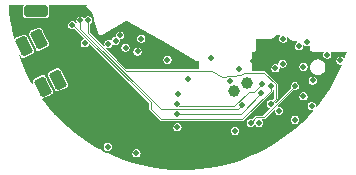
<source format=gbr>
%TF.GenerationSoftware,KiCad,Pcbnew,9.0.0*%
%TF.CreationDate,2025-08-30T10:43:31+02:00*%
%TF.ProjectId,36mm PCB,33366d6d-2050-4434-922e-6b696361645f,rev?*%
%TF.SameCoordinates,Original*%
%TF.FileFunction,Copper,L7,Inr*%
%TF.FilePolarity,Positive*%
%FSLAX46Y46*%
G04 Gerber Fmt 4.6, Leading zero omitted, Abs format (unit mm)*
G04 Created by KiCad (PCBNEW 9.0.0) date 2025-08-30 10:43:31*
%MOMM*%
%LPD*%
G01*
G04 APERTURE LIST*
G04 Aperture macros list*
%AMRoundRect*
0 Rectangle with rounded corners*
0 $1 Rounding radius*
0 $2 $3 $4 $5 $6 $7 $8 $9 X,Y pos of 4 corners*
0 Add a 4 corners polygon primitive as box body*
4,1,4,$2,$3,$4,$5,$6,$7,$8,$9,$2,$3,0*
0 Add four circle primitives for the rounded corners*
1,1,$1+$1,$2,$3*
1,1,$1+$1,$4,$5*
1,1,$1+$1,$6,$7*
1,1,$1+$1,$8,$9*
0 Add four rect primitives between the rounded corners*
20,1,$1+$1,$2,$3,$4,$5,0*
20,1,$1+$1,$4,$5,$6,$7,0*
20,1,$1+$1,$6,$7,$8,$9,0*
20,1,$1+$1,$8,$9,$2,$3,0*%
G04 Aperture macros list end*
%TA.AperFunction,ComponentPad*%
%ADD10RoundRect,0.150000X-0.850000X-0.350000X0.850000X-0.350000X0.850000X0.350000X-0.850000X0.350000X0*%
%TD*%
%TA.AperFunction,ComponentPad*%
%ADD11C,0.500000*%
%TD*%
%TA.AperFunction,ComponentPad*%
%ADD12C,1.000000*%
%TD*%
%TA.AperFunction,ComponentPad*%
%ADD13RoundRect,0.150000X0.591910X-0.441184X0.042506X0.737016X-0.591910X0.441184X-0.042506X-0.737016X0*%
%TD*%
%TA.AperFunction,ViaPad*%
%ADD14C,0.500000*%
%TD*%
%TA.AperFunction,Conductor*%
%ADD15C,0.100000*%
%TD*%
G04 APERTURE END LIST*
D10*
%TO.N,GND*%
%TO.C,TP15*%
X190057772Y-114509534D03*
%TD*%
D11*
%TO.N,+3.3V*%
%TO.C,IC6*%
X208542772Y-116831554D03*
%TO.N,I2C1_SDA*%
X210542772Y-117156554D03*
%TO.N,I2C1_SCL*%
X209867772Y-117481554D03*
%TO.N,GND*%
X209117772Y-117264534D03*
%TD*%
D10*
%TO.N,+3V0*%
%TO.C,TP14*%
X187632772Y-114509534D03*
%TD*%
D12*
%TO.N,SYS_SWCLK*%
%TO.C,TP18*%
X205490000Y-120600000D03*
%TD*%
D13*
%TO.N,Net-(C12-Pad2)*%
%TO.C,SW5*%
X189455162Y-120320686D03*
X187849213Y-116876717D03*
%TO.N,+3V0*%
X188186331Y-120912350D03*
X186580382Y-117468382D03*
%TD*%
D12*
%TO.N,SYS_SWDIO*%
%TO.C,TP17*%
X204370000Y-121300000D03*
%TD*%
D14*
%TO.N,I2C1_SDA*%
X199551130Y-123259000D03*
%TO.N,I2C1_SCL*%
X199570000Y-122409000D03*
%TO.N,+3V0*%
X193690000Y-125990000D03*
%TO.N,ADCVBAT*%
X209540000Y-123710000D03*
X194733732Y-116563689D03*
X193750000Y-117280000D03*
%TO.N,+3V0*%
X195190000Y-117600000D03*
%TO.N,GND*%
X206025478Y-118734534D03*
X205110000Y-124060000D03*
X208977772Y-119704534D03*
X209010000Y-123300000D03*
%TO.N,+3.3V*%
X204460000Y-124650000D03*
X199600000Y-121490000D03*
X208490000Y-118950000D03*
X196520000Y-116840000D03*
X212277772Y-118194534D03*
X199590000Y-124350000D03*
%TO.N,NRST*%
X210255935Y-121716592D03*
%TO.N,+3V0*%
X200510000Y-120300000D03*
X208175685Y-122940000D03*
X191740000Y-117240000D03*
%TO.N,Stat*%
X194347311Y-117022689D03*
X196120000Y-126550000D03*
%TO.N,Net-(IC1-MOT2)*%
X202410000Y-118475000D03*
%TO.N,Net-(IC1-MOT1)*%
X204047772Y-120424534D03*
%TO.N,I2C1_SDA*%
X206700000Y-121480000D03*
X196210000Y-117930000D03*
%TO.N,I2C1_SCL*%
X206760000Y-120680000D03*
X198740000Y-118630806D03*
%TO.N,GPIO_Output_Mono*%
X207480000Y-122360000D03*
X192020000Y-115300000D03*
%TO.N,GPIO_EXTI1*%
X205070000Y-122470000D03*
X191370000Y-115300000D03*
%TO.N,GPIO_EXTI9*%
X190680000Y-115700000D03*
X207510000Y-120870000D03*
%TO.N,Tim2_CH3*%
X206492157Y-123967843D03*
X207880000Y-119350000D03*
X210950000Y-122540000D03*
%TO.N,Tim2_CH1*%
X209535196Y-120866133D03*
X205797213Y-123980000D03*
X213391860Y-118690000D03*
%TO.N,Net-(Q4-D_1)*%
X211037772Y-120374534D03*
%TO.N,Net-(Q3-D_1)*%
X210257772Y-119214534D03*
%TO.N,VDD PROG*%
X204770000Y-119390000D03*
%TD*%
D15*
%TO.N,I2C1_SDA*%
X204970000Y-123210000D02*
X206700000Y-121480000D01*
X199600130Y-123210000D02*
X204970000Y-123210000D01*
X199551130Y-123259000D02*
X199600130Y-123210000D01*
%TO.N,GPIO_EXTI9*%
X198201900Y-123659000D02*
X205088100Y-123659000D01*
X197310000Y-122767100D02*
X198201900Y-123659000D01*
X197310000Y-122226698D02*
X197310000Y-122767100D01*
X190680000Y-115700000D02*
X190783302Y-115700000D01*
X190783302Y-115700000D02*
X197310000Y-122226698D01*
X205088100Y-123659000D02*
X207510000Y-121237100D01*
X207510000Y-121237100D02*
X207510000Y-120870000D01*
%TO.N,I2C1_SCL*%
X199721000Y-122560000D02*
X199570000Y-122409000D01*
X200110000Y-122560000D02*
X199721000Y-122560000D01*
X206080000Y-121360000D02*
X206760000Y-120680000D01*
X205612900Y-121360000D02*
X206080000Y-121360000D01*
X204412900Y-122560000D02*
X205612900Y-121360000D01*
X200110000Y-122560000D02*
X204412900Y-122560000D01*
%TO.N,GPIO_Output_Mono*%
X206937100Y-119730000D02*
X205190000Y-119730000D01*
X207911000Y-120703900D02*
X206937100Y-119730000D01*
X192040000Y-116388186D02*
X192040000Y-115320000D01*
X204964466Y-119955534D02*
X203390000Y-120060000D01*
X202510000Y-119550000D02*
X195201814Y-119550000D01*
X205190000Y-119730000D02*
X204964466Y-119955534D01*
X207480000Y-122360000D02*
X207911000Y-121929000D01*
X207911000Y-121929000D02*
X207911000Y-120703900D01*
X195201814Y-119550000D02*
X192040000Y-116388186D01*
X203390000Y-120060000D02*
X202510000Y-119550000D01*
X192040000Y-115320000D02*
X192020000Y-115300000D01*
%TO.N,GPIO_EXTI1*%
X197691000Y-122331000D02*
X197691000Y-122323441D01*
X197691000Y-122323441D02*
X197573257Y-122205698D01*
X198169000Y-122809000D02*
X197691000Y-122331000D01*
X205070000Y-122470000D02*
X204731000Y-122809000D01*
X191370000Y-116002442D02*
X191370000Y-115300000D01*
X197573257Y-122205698D02*
X197573256Y-122205698D01*
X197691000Y-122323441D02*
X197691000Y-122323442D01*
X204731000Y-122809000D02*
X198169000Y-122809000D01*
X197573256Y-122205698D02*
X191370000Y-116002442D01*
%TO.N,Tim2_CH1*%
X206897100Y-123510000D02*
X206267213Y-123510000D01*
X209450000Y-120951329D02*
X209450000Y-120957100D01*
X209450000Y-120957100D02*
X206897100Y-123510000D01*
X206267213Y-123510000D02*
X205797213Y-123980000D01*
X209535196Y-120866133D02*
X209450000Y-120951329D01*
%TD*%
%TA.AperFunction,Conductor*%
%TO.N,GND*%
G36*
X186541071Y-113999386D02*
G01*
X186555423Y-114034034D01*
X186548387Y-114057227D01*
X186548652Y-114057337D01*
X186547541Y-114060016D01*
X186547166Y-114061254D01*
X186546806Y-114061794D01*
X186546805Y-114061796D01*
X186532272Y-114134856D01*
X186532272Y-114884211D01*
X186546805Y-114957273D01*
X186602170Y-115040135D01*
X186669009Y-115084794D01*
X186685032Y-115095500D01*
X186758098Y-115110034D01*
X188507446Y-115110034D01*
X188580512Y-115095500D01*
X188663373Y-115040135D01*
X188718738Y-114957274D01*
X188733272Y-114884208D01*
X188733272Y-114134860D01*
X188718738Y-114061794D01*
X188718377Y-114061254D01*
X188718251Y-114060617D01*
X188716892Y-114057337D01*
X188717544Y-114057066D01*
X188711063Y-114024473D01*
X188731899Y-113993291D01*
X188759121Y-113985034D01*
X191848664Y-113985034D01*
X191883312Y-113999386D01*
X191897664Y-114034034D01*
X191895814Y-114047369D01*
X191881479Y-114098053D01*
X191890796Y-114177275D01*
X191890796Y-114177277D01*
X191918932Y-114227600D01*
X191921907Y-114232921D01*
X191929720Y-114246896D01*
X192375328Y-114598712D01*
X192393424Y-114629917D01*
X192415196Y-114775401D01*
X192415201Y-114775432D01*
X192518020Y-115256331D01*
X192650405Y-115729924D01*
X192650407Y-115729933D01*
X192795347Y-116146922D01*
X192811865Y-116194444D01*
X192828867Y-116235042D01*
X192893975Y-116390509D01*
X192893975Y-116390511D01*
X192896505Y-116396554D01*
X192898214Y-116409527D01*
X192911769Y-116433005D01*
X192912976Y-116435888D01*
X192912979Y-116435893D01*
X192922246Y-116458029D01*
X192926899Y-116462647D01*
X192934813Y-116472921D01*
X192938096Y-116478605D01*
X192959614Y-116495116D01*
X192978860Y-116514218D01*
X192990980Y-116519185D01*
X193001376Y-116527162D01*
X193027575Y-116534182D01*
X193052667Y-116544465D01*
X193065766Y-116544415D01*
X193078423Y-116547807D01*
X193105315Y-116544266D01*
X193132430Y-116544164D01*
X193144513Y-116539105D01*
X193157504Y-116537395D01*
X193180992Y-116523834D01*
X193206007Y-116513362D01*
X193215235Y-116504063D01*
X195263841Y-115321299D01*
X195301022Y-115316405D01*
X195312840Y-115321300D01*
X198785333Y-117326144D01*
X201190829Y-118714957D01*
X201199430Y-118721264D01*
X201208690Y-118729749D01*
X201208692Y-118729750D01*
X201208694Y-118729752D01*
X201229688Y-118737393D01*
X201249035Y-118748563D01*
X201266802Y-118750901D01*
X201271842Y-118752736D01*
X201271844Y-118752736D01*
X201283648Y-118757033D01*
X201301680Y-118756245D01*
X201310207Y-118756616D01*
X201328116Y-118758975D01*
X201340246Y-118755723D01*
X201350792Y-118754101D01*
X201363335Y-118753554D01*
X201363335Y-118753553D01*
X201365777Y-118753447D01*
X201401018Y-118766274D01*
X201416867Y-118800263D01*
X201416913Y-118802779D01*
X201412674Y-119350879D01*
X201398054Y-119385415D01*
X201363675Y-119399500D01*
X195284449Y-119399500D01*
X195249801Y-119385148D01*
X194480751Y-118616098D01*
X194449312Y-118584659D01*
X198389500Y-118584659D01*
X198389500Y-118676952D01*
X198413385Y-118766092D01*
X198413386Y-118766095D01*
X198433114Y-118800263D01*
X198459531Y-118846018D01*
X198524788Y-118911275D01*
X198604712Y-118957420D01*
X198626998Y-118963391D01*
X198693853Y-118981306D01*
X198693856Y-118981306D01*
X198786146Y-118981306D01*
X198830716Y-118969363D01*
X198875288Y-118957420D01*
X198955212Y-118911275D01*
X199020469Y-118846018D01*
X199066614Y-118766094D01*
X199080316Y-118714956D01*
X199090500Y-118676952D01*
X199090500Y-118584659D01*
X199066791Y-118496180D01*
X199066614Y-118495518D01*
X199020469Y-118415594D01*
X198955212Y-118350337D01*
X198926270Y-118333627D01*
X198875289Y-118304192D01*
X198875286Y-118304191D01*
X198786147Y-118280306D01*
X198786144Y-118280306D01*
X198693856Y-118280306D01*
X198693853Y-118280306D01*
X198604713Y-118304191D01*
X198604710Y-118304192D01*
X198524794Y-118350333D01*
X198524784Y-118350340D01*
X198459534Y-118415590D01*
X198459527Y-118415600D01*
X198413386Y-118495516D01*
X198413385Y-118495519D01*
X198389500Y-118584659D01*
X194449312Y-118584659D01*
X193538497Y-117673843D01*
X193524145Y-117639195D01*
X193538497Y-117604547D01*
X193573145Y-117590195D01*
X193597643Y-117596759D01*
X193614712Y-117606614D01*
X193636998Y-117612585D01*
X193703853Y-117630500D01*
X193703856Y-117630500D01*
X193796146Y-117630500D01*
X193840716Y-117618557D01*
X193885288Y-117606614D01*
X193965212Y-117560469D01*
X193971828Y-117553853D01*
X194839500Y-117553853D01*
X194839500Y-117646146D01*
X194863385Y-117735286D01*
X194863386Y-117735289D01*
X194901925Y-117802039D01*
X194909531Y-117815212D01*
X194974788Y-117880469D01*
X195054712Y-117926614D01*
X195076998Y-117932585D01*
X195143853Y-117950500D01*
X195143856Y-117950500D01*
X195236146Y-117950500D01*
X195280716Y-117938557D01*
X195325288Y-117926614D01*
X195399351Y-117883853D01*
X195859500Y-117883853D01*
X195859500Y-117976146D01*
X195883385Y-118065286D01*
X195883386Y-118065289D01*
X195893102Y-118082117D01*
X195929531Y-118145212D01*
X195994788Y-118210469D01*
X196074712Y-118256614D01*
X196094335Y-118261872D01*
X196163853Y-118280500D01*
X196163856Y-118280500D01*
X196256146Y-118280500D01*
X196300716Y-118268557D01*
X196345288Y-118256614D01*
X196425212Y-118210469D01*
X196490469Y-118145212D01*
X196536614Y-118065288D01*
X196558773Y-117982590D01*
X196560500Y-117976146D01*
X196560500Y-117883853D01*
X196542105Y-117815205D01*
X196536614Y-117794712D01*
X196490469Y-117714788D01*
X196425212Y-117649531D01*
X196386254Y-117627038D01*
X196345289Y-117603386D01*
X196345286Y-117603385D01*
X196256147Y-117579500D01*
X196256144Y-117579500D01*
X196163856Y-117579500D01*
X196163853Y-117579500D01*
X196074713Y-117603385D01*
X196074710Y-117603386D01*
X195994794Y-117649527D01*
X195994784Y-117649534D01*
X195929534Y-117714784D01*
X195929527Y-117714794D01*
X195883386Y-117794710D01*
X195883385Y-117794713D01*
X195859500Y-117883853D01*
X195399351Y-117883853D01*
X195405212Y-117880469D01*
X195470469Y-117815212D01*
X195516614Y-117735288D01*
X195533078Y-117673843D01*
X195540500Y-117646146D01*
X195540500Y-117553853D01*
X195521559Y-117483167D01*
X195516614Y-117464712D01*
X195470469Y-117384788D01*
X195405212Y-117319531D01*
X195399072Y-117315986D01*
X195325289Y-117273386D01*
X195325286Y-117273385D01*
X195236147Y-117249500D01*
X195236144Y-117249500D01*
X195143856Y-117249500D01*
X195143853Y-117249500D01*
X195054713Y-117273385D01*
X195054710Y-117273386D01*
X194974794Y-117319527D01*
X194974784Y-117319534D01*
X194909534Y-117384784D01*
X194909527Y-117384794D01*
X194863386Y-117464710D01*
X194863385Y-117464713D01*
X194839500Y-117553853D01*
X193971828Y-117553853D01*
X194030469Y-117495212D01*
X194076614Y-117415288D01*
X194087332Y-117375287D01*
X194093540Y-117352120D01*
X194116370Y-117322367D01*
X194153552Y-117317472D01*
X194165365Y-117322364D01*
X194212023Y-117349303D01*
X194234309Y-117355274D01*
X194301164Y-117373189D01*
X194301167Y-117373189D01*
X194393457Y-117373189D01*
X194438027Y-117361246D01*
X194482599Y-117349303D01*
X194562523Y-117303158D01*
X194627780Y-117237901D01*
X194673925Y-117157977D01*
X194693760Y-117083953D01*
X194697811Y-117068835D01*
X194697811Y-116976545D01*
X194697631Y-116975874D01*
X194697677Y-116975524D01*
X194697392Y-116973358D01*
X194697972Y-116973281D01*
X194702524Y-116938691D01*
X194732276Y-116915859D01*
X194744961Y-116914189D01*
X194779878Y-116914189D01*
X194831001Y-116900490D01*
X194869020Y-116890303D01*
X194948944Y-116844158D01*
X194999249Y-116793853D01*
X196169500Y-116793853D01*
X196169500Y-116886146D01*
X196193385Y-116975286D01*
X196193386Y-116975289D01*
X196219932Y-117021266D01*
X196239531Y-117055212D01*
X196304788Y-117120469D01*
X196346779Y-117144713D01*
X196379614Y-117163671D01*
X196384712Y-117166614D01*
X196406998Y-117172585D01*
X196473853Y-117190500D01*
X196473856Y-117190500D01*
X196566146Y-117190500D01*
X196610716Y-117178557D01*
X196655288Y-117166614D01*
X196735212Y-117120469D01*
X196800469Y-117055212D01*
X196846614Y-116975288D01*
X196862538Y-116915859D01*
X196870500Y-116886146D01*
X196870500Y-116793853D01*
X196851700Y-116723694D01*
X196846614Y-116704712D01*
X196841736Y-116696264D01*
X196800472Y-116624794D01*
X196800469Y-116624788D01*
X196735212Y-116559531D01*
X196720583Y-116551085D01*
X196655289Y-116513386D01*
X196655286Y-116513385D01*
X196566147Y-116489500D01*
X196566144Y-116489500D01*
X196473856Y-116489500D01*
X196473853Y-116489500D01*
X196384713Y-116513385D01*
X196384710Y-116513386D01*
X196304794Y-116559527D01*
X196304784Y-116559534D01*
X196239534Y-116624784D01*
X196239527Y-116624794D01*
X196193386Y-116704710D01*
X196193385Y-116704713D01*
X196169500Y-116793853D01*
X194999249Y-116793853D01*
X195014201Y-116778901D01*
X195035240Y-116742462D01*
X195060345Y-116698979D01*
X195060345Y-116698978D01*
X195060346Y-116698977D01*
X195074889Y-116644703D01*
X195084232Y-116609835D01*
X195084232Y-116517542D01*
X195061671Y-116433346D01*
X195060346Y-116428401D01*
X195014201Y-116348477D01*
X194948944Y-116283220D01*
X194928014Y-116271136D01*
X194869021Y-116237075D01*
X194869018Y-116237074D01*
X194779879Y-116213189D01*
X194779876Y-116213189D01*
X194687588Y-116213189D01*
X194687585Y-116213189D01*
X194598445Y-116237074D01*
X194598442Y-116237075D01*
X194518526Y-116283216D01*
X194518516Y-116283223D01*
X194453266Y-116348473D01*
X194453259Y-116348483D01*
X194407118Y-116428399D01*
X194407117Y-116428402D01*
X194383232Y-116517542D01*
X194383232Y-116517545D01*
X194383232Y-116609833D01*
X194383233Y-116609835D01*
X194383413Y-116610507D01*
X194383366Y-116610858D01*
X194383651Y-116613019D01*
X194383072Y-116613095D01*
X194378517Y-116647689D01*
X194348764Y-116670520D01*
X194336082Y-116672189D01*
X194301164Y-116672189D01*
X194212024Y-116696074D01*
X194212021Y-116696075D01*
X194132105Y-116742216D01*
X194132095Y-116742223D01*
X194066845Y-116807473D01*
X194066838Y-116807483D01*
X194020697Y-116887399D01*
X194020697Y-116887400D01*
X194003770Y-116950569D01*
X193980939Y-116980322D01*
X193943757Y-116985216D01*
X193931942Y-116980322D01*
X193885288Y-116953386D01*
X193885287Y-116953385D01*
X193885286Y-116953385D01*
X193796147Y-116929500D01*
X193796144Y-116929500D01*
X193703856Y-116929500D01*
X193703853Y-116929500D01*
X193614713Y-116953385D01*
X193614710Y-116953386D01*
X193534794Y-116999527D01*
X193534784Y-116999534D01*
X193469534Y-117064784D01*
X193469527Y-117064794D01*
X193423386Y-117144710D01*
X193423385Y-117144713D01*
X193399500Y-117233853D01*
X193399500Y-117326146D01*
X193423385Y-117415286D01*
X193433239Y-117432353D01*
X193438135Y-117469536D01*
X193415305Y-117499289D01*
X193378122Y-117504185D01*
X193356156Y-117491502D01*
X192204852Y-116340198D01*
X192190500Y-116305550D01*
X192190500Y-115634573D01*
X192204852Y-115599925D01*
X192214997Y-115592139D01*
X192235212Y-115580469D01*
X192300469Y-115515212D01*
X192346614Y-115435288D01*
X192369601Y-115349500D01*
X192370500Y-115346146D01*
X192370500Y-115253853D01*
X192346614Y-115164713D01*
X192346613Y-115164710D01*
X192315044Y-115110033D01*
X192300469Y-115084788D01*
X192235212Y-115019531D01*
X192229842Y-115016430D01*
X192155289Y-114973386D01*
X192155286Y-114973385D01*
X192066147Y-114949500D01*
X192066144Y-114949500D01*
X191973856Y-114949500D01*
X191973853Y-114949500D01*
X191884713Y-114973385D01*
X191884710Y-114973386D01*
X191804794Y-115019527D01*
X191804784Y-115019534D01*
X191739534Y-115084784D01*
X191739529Y-115084791D01*
X191737434Y-115088420D01*
X191707679Y-115111248D01*
X191670497Y-115106351D01*
X191652566Y-115088420D01*
X191650472Y-115084794D01*
X191650469Y-115084788D01*
X191585212Y-115019531D01*
X191579842Y-115016430D01*
X191505289Y-114973386D01*
X191505286Y-114973385D01*
X191416147Y-114949500D01*
X191416144Y-114949500D01*
X191323856Y-114949500D01*
X191323853Y-114949500D01*
X191234713Y-114973385D01*
X191234710Y-114973386D01*
X191154794Y-115019527D01*
X191154784Y-115019534D01*
X191089534Y-115084784D01*
X191089527Y-115084794D01*
X191043386Y-115164710D01*
X191043385Y-115164713D01*
X191019500Y-115253853D01*
X191019500Y-115346146D01*
X191044217Y-115438390D01*
X191042775Y-115438776D01*
X191042772Y-115471318D01*
X191016251Y-115497834D01*
X190978748Y-115497830D01*
X190963592Y-115486206D01*
X190962740Y-115487059D01*
X190895215Y-115419534D01*
X190895212Y-115419531D01*
X190835695Y-115385168D01*
X190815289Y-115373386D01*
X190815286Y-115373385D01*
X190726147Y-115349500D01*
X190726144Y-115349500D01*
X190633856Y-115349500D01*
X190633853Y-115349500D01*
X190544713Y-115373385D01*
X190544710Y-115373386D01*
X190464794Y-115419527D01*
X190464784Y-115419534D01*
X190399534Y-115484784D01*
X190399527Y-115484794D01*
X190353386Y-115564710D01*
X190353385Y-115564713D01*
X190329500Y-115653853D01*
X190329500Y-115746146D01*
X190353385Y-115835286D01*
X190353386Y-115835289D01*
X190390572Y-115899695D01*
X190399531Y-115915212D01*
X190464788Y-115980469D01*
X190492861Y-115996677D01*
X190525422Y-116015477D01*
X190544712Y-116026614D01*
X190566998Y-116032585D01*
X190633853Y-116050500D01*
X190633856Y-116050500D01*
X190726146Y-116050500D01*
X190761801Y-116040945D01*
X190815288Y-116026614D01*
X190834578Y-116015476D01*
X190871756Y-116010580D01*
X190893725Y-116023263D01*
X191685979Y-116815517D01*
X191700331Y-116850165D01*
X191685979Y-116884813D01*
X191664014Y-116897495D01*
X191604711Y-116913386D01*
X191604710Y-116913386D01*
X191524794Y-116959527D01*
X191524784Y-116959534D01*
X191459534Y-117024784D01*
X191459527Y-117024794D01*
X191413386Y-117104710D01*
X191413385Y-117104713D01*
X191389500Y-117193853D01*
X191389500Y-117286146D01*
X191413385Y-117375286D01*
X191413386Y-117375289D01*
X191434226Y-117411383D01*
X191459531Y-117455212D01*
X191524788Y-117520469D01*
X191604712Y-117566614D01*
X191626998Y-117572585D01*
X191693853Y-117590500D01*
X191693856Y-117590500D01*
X191786146Y-117590500D01*
X191830716Y-117578557D01*
X191875288Y-117566614D01*
X191955212Y-117520469D01*
X192020469Y-117455212D01*
X192066614Y-117375288D01*
X192079782Y-117326144D01*
X192082504Y-117315986D01*
X192105334Y-117286233D01*
X192142516Y-117281338D01*
X192164482Y-117294020D01*
X197145148Y-122274686D01*
X197159500Y-122309334D01*
X197159500Y-122797038D01*
X197161208Y-122801160D01*
X197162680Y-122804712D01*
X197169208Y-122820472D01*
X197182411Y-122852350D01*
X197182414Y-122852355D01*
X197904771Y-123574710D01*
X198116648Y-123786587D01*
X198132846Y-123793295D01*
X198132849Y-123793298D01*
X198132850Y-123793297D01*
X198171964Y-123809500D01*
X198171965Y-123809500D01*
X205118034Y-123809500D01*
X205118036Y-123809500D01*
X205140948Y-123800009D01*
X205173352Y-123786588D01*
X207637588Y-121322351D01*
X207649043Y-121294693D01*
X207660500Y-121267036D01*
X207660500Y-121212320D01*
X207661086Y-121208565D01*
X207669020Y-121195550D01*
X207674852Y-121181472D01*
X207680021Y-121177505D01*
X207680608Y-121176544D01*
X207681583Y-121176307D01*
X207685003Y-121173683D01*
X207687012Y-121172523D01*
X207709216Y-121169606D01*
X207717055Y-121167706D01*
X207718230Y-121168422D01*
X207724195Y-121167639D01*
X207753942Y-121190477D01*
X207760500Y-121214966D01*
X207760500Y-121846363D01*
X207746148Y-121881011D01*
X207618324Y-122008834D01*
X207583676Y-122023186D01*
X207570995Y-122021517D01*
X207526145Y-122009500D01*
X207526144Y-122009500D01*
X207433856Y-122009500D01*
X207433853Y-122009500D01*
X207344713Y-122033385D01*
X207344710Y-122033386D01*
X207264794Y-122079527D01*
X207264784Y-122079534D01*
X207199534Y-122144784D01*
X207199527Y-122144794D01*
X207153386Y-122224710D01*
X207153385Y-122224713D01*
X207129500Y-122313853D01*
X207129500Y-122406146D01*
X207153385Y-122495286D01*
X207153386Y-122495289D01*
X207181678Y-122544290D01*
X207199531Y-122575212D01*
X207264788Y-122640469D01*
X207296018Y-122658500D01*
X207344710Y-122686613D01*
X207344712Y-122686614D01*
X207391235Y-122699080D01*
X207420988Y-122721910D01*
X207425883Y-122759092D01*
X207413201Y-122781058D01*
X206849112Y-123345148D01*
X206814464Y-123359500D01*
X206237275Y-123359500D01*
X206198163Y-123375702D01*
X206181959Y-123382413D01*
X206181957Y-123382415D01*
X205935537Y-123628834D01*
X205900889Y-123643186D01*
X205888208Y-123641517D01*
X205843358Y-123629500D01*
X205843357Y-123629500D01*
X205751069Y-123629500D01*
X205751066Y-123629500D01*
X205661926Y-123653385D01*
X205661923Y-123653386D01*
X205582007Y-123699527D01*
X205581997Y-123699534D01*
X205516747Y-123764784D01*
X205516740Y-123764794D01*
X205470599Y-123844710D01*
X205470598Y-123844713D01*
X205446713Y-123933853D01*
X205446713Y-124026146D01*
X205470598Y-124115286D01*
X205470599Y-124115289D01*
X205481861Y-124134794D01*
X205516744Y-124195212D01*
X205582001Y-124260469D01*
X205661925Y-124306614D01*
X205684211Y-124312585D01*
X205751066Y-124330500D01*
X205751069Y-124330500D01*
X205843359Y-124330500D01*
X205888728Y-124318343D01*
X205932501Y-124306614D01*
X206012425Y-124260469D01*
X206077682Y-124195212D01*
X206105760Y-124146580D01*
X206135512Y-124123751D01*
X206172694Y-124128646D01*
X206190629Y-124146581D01*
X206211688Y-124183055D01*
X206276945Y-124248312D01*
X206356869Y-124294457D01*
X206375690Y-124299500D01*
X206446010Y-124318343D01*
X206446013Y-124318343D01*
X206538303Y-124318343D01*
X206592367Y-124303856D01*
X206627445Y-124294457D01*
X206707369Y-124248312D01*
X206772626Y-124183055D01*
X206818771Y-124103131D01*
X206836594Y-124036614D01*
X206842657Y-124013989D01*
X206842657Y-123921696D01*
X206818771Y-123832556D01*
X206818770Y-123832553D01*
X206799980Y-123800009D01*
X206772626Y-123752631D01*
X206764143Y-123744148D01*
X206749791Y-123709500D01*
X206764143Y-123674852D01*
X206790696Y-123663853D01*
X209189500Y-123663853D01*
X209189500Y-123756146D01*
X209213385Y-123845286D01*
X209213386Y-123845289D01*
X209254487Y-123916476D01*
X209259531Y-123925212D01*
X209324788Y-123990469D01*
X209404712Y-124036614D01*
X209426998Y-124042585D01*
X209493853Y-124060500D01*
X209493856Y-124060500D01*
X209586146Y-124060500D01*
X209630716Y-124048557D01*
X209675288Y-124036614D01*
X209755212Y-123990469D01*
X209820469Y-123925212D01*
X209866614Y-123845288D01*
X209880545Y-123793297D01*
X209890500Y-123756146D01*
X209890500Y-123663853D01*
X209866614Y-123574713D01*
X209866613Y-123574710D01*
X209855077Y-123554731D01*
X209820469Y-123494788D01*
X209755212Y-123429531D01*
X209749842Y-123426430D01*
X209675289Y-123383386D01*
X209675286Y-123383385D01*
X209586147Y-123359500D01*
X209586144Y-123359500D01*
X209493856Y-123359500D01*
X209493853Y-123359500D01*
X209404713Y-123383385D01*
X209404710Y-123383386D01*
X209324794Y-123429527D01*
X209324784Y-123429534D01*
X209259534Y-123494784D01*
X209259527Y-123494794D01*
X209213386Y-123574710D01*
X209213385Y-123574713D01*
X209189500Y-123663853D01*
X206790696Y-123663853D01*
X206798791Y-123660500D01*
X206927034Y-123660500D01*
X206927036Y-123660500D01*
X206949948Y-123651009D01*
X206982352Y-123637588D01*
X207741537Y-122878401D01*
X207776185Y-122864050D01*
X207810833Y-122878402D01*
X207825185Y-122913050D01*
X207825185Y-122986146D01*
X207849070Y-123075286D01*
X207849071Y-123075289D01*
X207877028Y-123123710D01*
X207895216Y-123155212D01*
X207960473Y-123220469D01*
X208040397Y-123266614D01*
X208062683Y-123272585D01*
X208129538Y-123290500D01*
X208129541Y-123290500D01*
X208221831Y-123290500D01*
X208273391Y-123276684D01*
X208310973Y-123266614D01*
X208390897Y-123220469D01*
X208456154Y-123155212D01*
X208502299Y-123075288D01*
X208520195Y-123008500D01*
X208526185Y-122986146D01*
X208526185Y-122893853D01*
X208504925Y-122814513D01*
X208502299Y-122804712D01*
X208456154Y-122724788D01*
X208390897Y-122659531D01*
X208377741Y-122651935D01*
X208310974Y-122613386D01*
X208310971Y-122613385D01*
X208221832Y-122589500D01*
X208221829Y-122589500D01*
X208148735Y-122589500D01*
X208114087Y-122575148D01*
X208099735Y-122540500D01*
X208114087Y-122505852D01*
X208549033Y-122070906D01*
X208949493Y-121670445D01*
X209905435Y-121670445D01*
X209905435Y-121762738D01*
X209929320Y-121851878D01*
X209929321Y-121851881D01*
X209960079Y-121905153D01*
X209975466Y-121931804D01*
X210040723Y-121997061D01*
X210120647Y-122043206D01*
X210142050Y-122048941D01*
X210209788Y-122067092D01*
X210209791Y-122067092D01*
X210302081Y-122067092D01*
X210346651Y-122055149D01*
X210391223Y-122043206D01*
X210471147Y-121997061D01*
X210536404Y-121931804D01*
X210582549Y-121851880D01*
X210601671Y-121780517D01*
X210606435Y-121762738D01*
X210606435Y-121670445D01*
X210582549Y-121581305D01*
X210582548Y-121581302D01*
X210571012Y-121561323D01*
X210536404Y-121501380D01*
X210471147Y-121436123D01*
X210465777Y-121433022D01*
X210391224Y-121389978D01*
X210391221Y-121389977D01*
X210302082Y-121366092D01*
X210302079Y-121366092D01*
X210209791Y-121366092D01*
X210209788Y-121366092D01*
X210120648Y-121389977D01*
X210120645Y-121389978D01*
X210040729Y-121436119D01*
X210040719Y-121436126D01*
X209975469Y-121501376D01*
X209975462Y-121501386D01*
X209929321Y-121581302D01*
X209929320Y-121581305D01*
X209905435Y-121670445D01*
X208949493Y-121670445D01*
X209401422Y-121218515D01*
X209436069Y-121204164D01*
X209448750Y-121205833D01*
X209458943Y-121208565D01*
X209489050Y-121216633D01*
X209489052Y-121216633D01*
X209581342Y-121216633D01*
X209641549Y-121200500D01*
X209670484Y-121192747D01*
X209750408Y-121146602D01*
X209815665Y-121081345D01*
X209861810Y-121001421D01*
X209879763Y-120934420D01*
X209885696Y-120912279D01*
X209885696Y-120819986D01*
X209864376Y-120740422D01*
X209861810Y-120730845D01*
X209815665Y-120650921D01*
X209750408Y-120585664D01*
X209705653Y-120559824D01*
X209670485Y-120539519D01*
X209670482Y-120539518D01*
X209581343Y-120515633D01*
X209581340Y-120515633D01*
X209489052Y-120515633D01*
X209489049Y-120515633D01*
X209399909Y-120539518D01*
X209399906Y-120539519D01*
X209319990Y-120585660D01*
X209319980Y-120585667D01*
X209254730Y-120650917D01*
X209254723Y-120650927D01*
X209208582Y-120730843D01*
X209208581Y-120730846D01*
X209184696Y-120819986D01*
X209184696Y-120912280D01*
X209197932Y-120961679D01*
X209193037Y-120998861D01*
X209185250Y-121009009D01*
X207901058Y-122293201D01*
X207889241Y-122298095D01*
X207879096Y-122305882D01*
X207872529Y-122305018D01*
X207866410Y-122307553D01*
X207854593Y-122302658D01*
X207841914Y-122300990D01*
X207837881Y-122295735D01*
X207831762Y-122293201D01*
X207819081Y-122271239D01*
X207818483Y-122269008D01*
X207823375Y-122231826D01*
X207831160Y-122221678D01*
X208038587Y-122014252D01*
X208051028Y-121984216D01*
X208061500Y-121958936D01*
X208061500Y-120673964D01*
X208047326Y-120639746D01*
X208038588Y-120618649D01*
X207929759Y-120509820D01*
X207779766Y-120359826D01*
X207748327Y-120328387D01*
X210687272Y-120328387D01*
X210687272Y-120420680D01*
X210711157Y-120509820D01*
X210711158Y-120509823D01*
X210751947Y-120580469D01*
X210757303Y-120589746D01*
X210822560Y-120655003D01*
X210863025Y-120678366D01*
X210899629Y-120699500D01*
X210902484Y-120701148D01*
X210921424Y-120706223D01*
X210991625Y-120725034D01*
X210991628Y-120725034D01*
X211083918Y-120725034D01*
X211128488Y-120713091D01*
X211173060Y-120701148D01*
X211252984Y-120655003D01*
X211318241Y-120589746D01*
X211364386Y-120509822D01*
X211384357Y-120435289D01*
X211388272Y-120420680D01*
X211388272Y-120328387D01*
X211364386Y-120239247D01*
X211364385Y-120239244D01*
X211338646Y-120194664D01*
X211318241Y-120159322D01*
X211252984Y-120094065D01*
X211238452Y-120085675D01*
X211173061Y-120047920D01*
X211173058Y-120047919D01*
X211083919Y-120024034D01*
X211083916Y-120024034D01*
X210991628Y-120024034D01*
X210991625Y-120024034D01*
X210902485Y-120047919D01*
X210902482Y-120047920D01*
X210822566Y-120094061D01*
X210822556Y-120094068D01*
X210757306Y-120159318D01*
X210757299Y-120159328D01*
X210711158Y-120239244D01*
X210711157Y-120239247D01*
X210687272Y-120328387D01*
X207748327Y-120328387D01*
X207022354Y-119602413D01*
X207022352Y-119602412D01*
X206989948Y-119588990D01*
X206967036Y-119579500D01*
X205956772Y-119579500D01*
X205922124Y-119565148D01*
X205907772Y-119530500D01*
X205907772Y-119303853D01*
X207529500Y-119303853D01*
X207529500Y-119396146D01*
X207553385Y-119485286D01*
X207553386Y-119485289D01*
X207585637Y-119541147D01*
X207599531Y-119565212D01*
X207664788Y-119630469D01*
X207744712Y-119676614D01*
X207766998Y-119682585D01*
X207833853Y-119700500D01*
X207833856Y-119700500D01*
X207926146Y-119700500D01*
X207970716Y-119688557D01*
X208015288Y-119676614D01*
X208095212Y-119630469D01*
X208160469Y-119565212D01*
X208206614Y-119485288D01*
X208221496Y-119429749D01*
X208230500Y-119396146D01*
X208230500Y-119303855D01*
X208229750Y-119301057D01*
X208234644Y-119263875D01*
X208264396Y-119241043D01*
X208301578Y-119245937D01*
X208301580Y-119245938D01*
X208354710Y-119276613D01*
X208354712Y-119276614D01*
X208376998Y-119282585D01*
X208443853Y-119300500D01*
X208443856Y-119300500D01*
X208536146Y-119300500D01*
X208580716Y-119288557D01*
X208625288Y-119276614D01*
X208705212Y-119230469D01*
X208767294Y-119168387D01*
X209907272Y-119168387D01*
X209907272Y-119260680D01*
X209931157Y-119349820D01*
X209931158Y-119349823D01*
X209959840Y-119399500D01*
X209977303Y-119429746D01*
X210042560Y-119495003D01*
X210122484Y-119541148D01*
X210144770Y-119547119D01*
X210211625Y-119565034D01*
X210211628Y-119565034D01*
X210303918Y-119565034D01*
X210348488Y-119553091D01*
X210393060Y-119541148D01*
X210472984Y-119495003D01*
X210538241Y-119429746D01*
X210584386Y-119349822D01*
X210604002Y-119276614D01*
X210608272Y-119260680D01*
X210608272Y-119190461D01*
X210817272Y-119190461D01*
X210817272Y-119318606D01*
X210842269Y-119444271D01*
X210842270Y-119444276D01*
X210882396Y-119541147D01*
X210891307Y-119562661D01*
X210962496Y-119669203D01*
X211053103Y-119759810D01*
X211159645Y-119830999D01*
X211278028Y-119880035D01*
X211403703Y-119905034D01*
X211531841Y-119905034D01*
X211657516Y-119880035D01*
X211775899Y-119830999D01*
X211882441Y-119759810D01*
X211973048Y-119669203D01*
X212044237Y-119562661D01*
X212093273Y-119444278D01*
X212118272Y-119318603D01*
X212118272Y-119190465D01*
X212093273Y-119064790D01*
X212044237Y-118946407D01*
X211973048Y-118839865D01*
X211882441Y-118749258D01*
X211874739Y-118744112D01*
X211829529Y-118713904D01*
X211775899Y-118678069D01*
X211773203Y-118676952D01*
X211657514Y-118629032D01*
X211657509Y-118629031D01*
X211531844Y-118604034D01*
X211531841Y-118604034D01*
X211403703Y-118604034D01*
X211403699Y-118604034D01*
X211278034Y-118629031D01*
X211278029Y-118629032D01*
X211159646Y-118678068D01*
X211053103Y-118749257D01*
X210962495Y-118839865D01*
X210891306Y-118946408D01*
X210842270Y-119064791D01*
X210842269Y-119064796D01*
X210817272Y-119190461D01*
X210608272Y-119190461D01*
X210608272Y-119168387D01*
X210584386Y-119079247D01*
X210584385Y-119079244D01*
X210563370Y-119042846D01*
X210538241Y-118999322D01*
X210472984Y-118934065D01*
X210467614Y-118930964D01*
X210393061Y-118887920D01*
X210393058Y-118887919D01*
X210303919Y-118864034D01*
X210303916Y-118864034D01*
X210211628Y-118864034D01*
X210211625Y-118864034D01*
X210122485Y-118887919D01*
X210122482Y-118887920D01*
X210042566Y-118934061D01*
X210042556Y-118934068D01*
X209977306Y-118999318D01*
X209977299Y-118999328D01*
X209931158Y-119079244D01*
X209931157Y-119079247D01*
X209907272Y-119168387D01*
X208767294Y-119168387D01*
X208770469Y-119165212D01*
X208816614Y-119085288D01*
X208835015Y-119016614D01*
X208840500Y-118996146D01*
X208840500Y-118903853D01*
X208816614Y-118814713D01*
X208816613Y-118814710D01*
X208788544Y-118766094D01*
X208770469Y-118734788D01*
X208705212Y-118669531D01*
X208699842Y-118666430D01*
X208625289Y-118623386D01*
X208625286Y-118623385D01*
X208536147Y-118599500D01*
X208536144Y-118599500D01*
X208443856Y-118599500D01*
X208443853Y-118599500D01*
X208354713Y-118623385D01*
X208354710Y-118623386D01*
X208274794Y-118669527D01*
X208274784Y-118669534D01*
X208209534Y-118734784D01*
X208209527Y-118734794D01*
X208163386Y-118814710D01*
X208163385Y-118814713D01*
X208139500Y-118903853D01*
X208139500Y-118996147D01*
X208140250Y-118998947D01*
X208135353Y-119036129D01*
X208105598Y-119058957D01*
X208068419Y-119054061D01*
X208015290Y-119023386D01*
X208015286Y-119023385D01*
X207926147Y-118999500D01*
X207926144Y-118999500D01*
X207833856Y-118999500D01*
X207833853Y-118999500D01*
X207744713Y-119023385D01*
X207744710Y-119023386D01*
X207664794Y-119069527D01*
X207664784Y-119069534D01*
X207599534Y-119134784D01*
X207599527Y-119134794D01*
X207553386Y-119214710D01*
X207553385Y-119214713D01*
X207529500Y-119303853D01*
X205907772Y-119303853D01*
X205907772Y-117982590D01*
X205922124Y-117947942D01*
X205956772Y-117933590D01*
X206074760Y-117933590D01*
X206074762Y-117933590D01*
X206148454Y-117903066D01*
X206148456Y-117903064D01*
X206148457Y-117903064D01*
X206204854Y-117846667D01*
X206204854Y-117846666D01*
X206204856Y-117846664D01*
X206235380Y-117772972D01*
X206235380Y-116883346D01*
X206249732Y-116848698D01*
X206284380Y-116834346D01*
X207545529Y-116834346D01*
X207567534Y-116838226D01*
X207585035Y-116834346D01*
X207602956Y-116834346D01*
X207623596Y-116825796D01*
X207645407Y-116820961D01*
X207660086Y-116810681D01*
X207665044Y-116808628D01*
X207665046Y-116808627D01*
X207676648Y-116803822D01*
X207689416Y-116791052D01*
X207695946Y-116785571D01*
X208023213Y-116556418D01*
X208051318Y-116547558D01*
X208217145Y-116547558D01*
X208251793Y-116561910D01*
X208266145Y-116596558D01*
X208259580Y-116621058D01*
X208216158Y-116696264D01*
X208216157Y-116696267D01*
X208192272Y-116785407D01*
X208192272Y-116877700D01*
X208216157Y-116966840D01*
X208216158Y-116966843D01*
X208226766Y-116985216D01*
X208262303Y-117046766D01*
X208327560Y-117112023D01*
X208384178Y-117144712D01*
X208407149Y-117157975D01*
X208407484Y-117158168D01*
X208428022Y-117163671D01*
X208496625Y-117182054D01*
X208496628Y-117182054D01*
X208588918Y-117182054D01*
X208639717Y-117168442D01*
X208678060Y-117158168D01*
X208757984Y-117112023D01*
X208823241Y-117046766D01*
X208869386Y-116966842D01*
X208883494Y-116914189D01*
X208893272Y-116877700D01*
X208893272Y-116785407D01*
X208893271Y-116785406D01*
X208888346Y-116767023D01*
X208893241Y-116729841D01*
X208922994Y-116707011D01*
X208960176Y-116711906D01*
X208971565Y-116720981D01*
X208979801Y-116729841D01*
X209057906Y-116813873D01*
X209058667Y-116814691D01*
X209213093Y-116929495D01*
X209385804Y-117014341D01*
X209385808Y-117014342D01*
X209385810Y-117014343D01*
X209422976Y-117024788D01*
X209571052Y-117066404D01*
X209689065Y-117077211D01*
X209722260Y-117094663D01*
X209733392Y-117130475D01*
X209715940Y-117163671D01*
X209709097Y-117168442D01*
X209652563Y-117201083D01*
X209652556Y-117201088D01*
X209587306Y-117266338D01*
X209587299Y-117266348D01*
X209541158Y-117346264D01*
X209541157Y-117346267D01*
X209517272Y-117435407D01*
X209517272Y-117527700D01*
X209541157Y-117616840D01*
X209541158Y-117616843D01*
X209580313Y-117684659D01*
X209587303Y-117696766D01*
X209652560Y-117762023D01*
X209732484Y-117808168D01*
X209754770Y-117814139D01*
X209821625Y-117832054D01*
X209821628Y-117832054D01*
X209913918Y-117832054D01*
X209958488Y-117820111D01*
X210003060Y-117808168D01*
X210082984Y-117762023D01*
X210148241Y-117696766D01*
X210194386Y-117616842D01*
X210209492Y-117560465D01*
X210218272Y-117527700D01*
X210218272Y-117446031D01*
X210232624Y-117411383D01*
X210267272Y-117397031D01*
X210301920Y-117411383D01*
X210327560Y-117437023D01*
X210407484Y-117483168D01*
X210429770Y-117489139D01*
X210496625Y-117507054D01*
X210496628Y-117507054D01*
X210588918Y-117507054D01*
X210633488Y-117495111D01*
X210678060Y-117483168D01*
X210757984Y-117437023D01*
X210768037Y-117426970D01*
X210802685Y-117412618D01*
X210837333Y-117426970D01*
X210851685Y-117461618D01*
X210851685Y-117772972D01*
X210882209Y-117846664D01*
X210882210Y-117846665D01*
X210882211Y-117846667D01*
X210938608Y-117903064D01*
X210938609Y-117903064D01*
X210938611Y-117903066D01*
X211012303Y-117933590D01*
X211092067Y-117933590D01*
X211938836Y-117933590D01*
X211973484Y-117947942D01*
X211987836Y-117982590D01*
X211981271Y-118007088D01*
X211962128Y-118040245D01*
X211951157Y-118059247D01*
X211927272Y-118148387D01*
X211927272Y-118240680D01*
X211951157Y-118329820D01*
X211951158Y-118329823D01*
X211994202Y-118404376D01*
X211997303Y-118409746D01*
X212062560Y-118475003D01*
X212142484Y-118521148D01*
X212164770Y-118527119D01*
X212231625Y-118545034D01*
X212231628Y-118545034D01*
X212323918Y-118545034D01*
X212368488Y-118533091D01*
X212413060Y-118521148D01*
X212492984Y-118475003D01*
X212558241Y-118409746D01*
X212604386Y-118329822D01*
X212624002Y-118256614D01*
X212628272Y-118240680D01*
X212628272Y-118148387D01*
X212604386Y-118059247D01*
X212604386Y-118059246D01*
X212574272Y-118007089D01*
X212569377Y-117969909D01*
X212592207Y-117940155D01*
X212616708Y-117933590D01*
X213879556Y-117933590D01*
X213914204Y-117947942D01*
X213928556Y-117982590D01*
X213925933Y-117998406D01*
X213870645Y-118160516D01*
X213795285Y-118381477D01*
X213794418Y-118383821D01*
X213760495Y-118468831D01*
X213734324Y-118495692D01*
X213696824Y-118496180D01*
X213674691Y-118477025D01*
X213674285Y-118477338D01*
X213672766Y-118475359D01*
X213672551Y-118475173D01*
X213672329Y-118474788D01*
X213607072Y-118409531D01*
X213579661Y-118393705D01*
X213527149Y-118363386D01*
X213527146Y-118363385D01*
X213438007Y-118339500D01*
X213438004Y-118339500D01*
X213345716Y-118339500D01*
X213345713Y-118339500D01*
X213256573Y-118363385D01*
X213256570Y-118363386D01*
X213176654Y-118409527D01*
X213176644Y-118409534D01*
X213111394Y-118474784D01*
X213111387Y-118474794D01*
X213065246Y-118554710D01*
X213065245Y-118554713D01*
X213041360Y-118643853D01*
X213041360Y-118736146D01*
X213065245Y-118825286D01*
X213065246Y-118825289D01*
X213077216Y-118846021D01*
X213111391Y-118905212D01*
X213176648Y-118970469D01*
X213226615Y-118999318D01*
X213244818Y-119009828D01*
X213256572Y-119016614D01*
X213278858Y-119022585D01*
X213345713Y-119040500D01*
X213345716Y-119040500D01*
X213438006Y-119040500D01*
X213444727Y-119038698D01*
X213447505Y-119037954D01*
X213484688Y-119042846D01*
X213507520Y-119072597D01*
X213504716Y-119105740D01*
X213204680Y-119758787D01*
X213203580Y-119761030D01*
X212857489Y-120423100D01*
X212856275Y-120425284D01*
X212476899Y-121068827D01*
X212475576Y-121070946D01*
X212063886Y-121694320D01*
X212062456Y-121696370D01*
X211619517Y-122297954D01*
X211617985Y-122299927D01*
X211387426Y-122581761D01*
X211354379Y-122599491D01*
X211318474Y-122588661D01*
X211300744Y-122555614D01*
X211300500Y-122550735D01*
X211300500Y-122493853D01*
X211276998Y-122406146D01*
X211276614Y-122404712D01*
X211272419Y-122397447D01*
X211254293Y-122366052D01*
X211230469Y-122324788D01*
X211165212Y-122259531D01*
X211150594Y-122251091D01*
X211085289Y-122213386D01*
X211085286Y-122213385D01*
X210996147Y-122189500D01*
X210996144Y-122189500D01*
X210903856Y-122189500D01*
X210903853Y-122189500D01*
X210814713Y-122213385D01*
X210814710Y-122213386D01*
X210734794Y-122259527D01*
X210734784Y-122259534D01*
X210669534Y-122324784D01*
X210669527Y-122324794D01*
X210623386Y-122404710D01*
X210623385Y-122404713D01*
X210599500Y-122493853D01*
X210599500Y-122586146D01*
X210623385Y-122675286D01*
X210623386Y-122675289D01*
X210646921Y-122716051D01*
X210669531Y-122755212D01*
X210734788Y-122820469D01*
X210814712Y-122866614D01*
X210836998Y-122872585D01*
X210903853Y-122890500D01*
X210903856Y-122890500D01*
X210996146Y-122890500D01*
X211012630Y-122886082D01*
X211017196Y-122884859D01*
X211054378Y-122889753D01*
X211077209Y-122919506D01*
X211072315Y-122956688D01*
X211066174Y-122965108D01*
X210641449Y-123433392D01*
X210639724Y-123435199D01*
X210110288Y-123962248D01*
X210108473Y-123963965D01*
X209552856Y-124463343D01*
X209550955Y-124464966D01*
X208970606Y-124935372D01*
X208968626Y-124936895D01*
X208365043Y-125377113D01*
X208362987Y-125378533D01*
X207737773Y-125787394D01*
X207735648Y-125788708D01*
X207090383Y-126165181D01*
X207088193Y-126166385D01*
X206424574Y-126509477D01*
X206422326Y-126510567D01*
X205742110Y-126819371D01*
X205739810Y-126820346D01*
X205044700Y-127094090D01*
X205042352Y-127094946D01*
X204334207Y-127332895D01*
X204331819Y-127333630D01*
X203612481Y-127535167D01*
X203610059Y-127535780D01*
X202881354Y-127700394D01*
X202878904Y-127700882D01*
X202142776Y-127828132D01*
X202140303Y-127828495D01*
X201398632Y-127918057D01*
X201396145Y-127918293D01*
X200650880Y-127969932D01*
X200648384Y-127970041D01*
X199901462Y-127983622D01*
X199898963Y-127983604D01*
X199152300Y-127959093D01*
X199149806Y-127958947D01*
X198405376Y-127896408D01*
X198402892Y-127896135D01*
X197662639Y-127795731D01*
X197660173Y-127795333D01*
X196925966Y-127657320D01*
X196923523Y-127656796D01*
X196197315Y-127481538D01*
X196194902Y-127480890D01*
X195478579Y-127268844D01*
X195476202Y-127268074D01*
X194771605Y-127019783D01*
X194769270Y-127018892D01*
X194078266Y-126735016D01*
X194075980Y-126734008D01*
X193675242Y-126544960D01*
X193588105Y-126503853D01*
X195769500Y-126503853D01*
X195769500Y-126596146D01*
X195793385Y-126685286D01*
X195793386Y-126685289D01*
X195803474Y-126702761D01*
X195839531Y-126765212D01*
X195904788Y-126830469D01*
X195984712Y-126876614D01*
X196006998Y-126882585D01*
X196073853Y-126900500D01*
X196073856Y-126900500D01*
X196166146Y-126900500D01*
X196210716Y-126888557D01*
X196255288Y-126876614D01*
X196335212Y-126830469D01*
X196400469Y-126765212D01*
X196446614Y-126685288D01*
X196458557Y-126640716D01*
X196470500Y-126596146D01*
X196470500Y-126503853D01*
X196446765Y-126415276D01*
X196446614Y-126414712D01*
X196400469Y-126334788D01*
X196335212Y-126269531D01*
X196329842Y-126266430D01*
X196255289Y-126223386D01*
X196255286Y-126223385D01*
X196166147Y-126199500D01*
X196166144Y-126199500D01*
X196073856Y-126199500D01*
X196073853Y-126199500D01*
X195984713Y-126223385D01*
X195984710Y-126223386D01*
X195904794Y-126269527D01*
X195904784Y-126269534D01*
X195839534Y-126334784D01*
X195839527Y-126334794D01*
X195793386Y-126414710D01*
X195793385Y-126414713D01*
X195769500Y-126503853D01*
X193588105Y-126503853D01*
X193400342Y-126415276D01*
X193398110Y-126414153D01*
X193260618Y-126340500D01*
X192997407Y-126199500D01*
X192739583Y-126061386D01*
X192737411Y-126060150D01*
X192608854Y-125982601D01*
X192544619Y-125943853D01*
X193339500Y-125943853D01*
X193339500Y-126036146D01*
X193363385Y-126125286D01*
X193363386Y-126125289D01*
X193386783Y-126165812D01*
X193409531Y-126205212D01*
X193474788Y-126270469D01*
X193554712Y-126316614D01*
X193576998Y-126322585D01*
X193643853Y-126340500D01*
X193643856Y-126340500D01*
X193736146Y-126340500D01*
X193780716Y-126328557D01*
X193825288Y-126316614D01*
X193905212Y-126270469D01*
X193970469Y-126205212D01*
X194016614Y-126125288D01*
X194028557Y-126080716D01*
X194040500Y-126036146D01*
X194040500Y-125943853D01*
X194016614Y-125854713D01*
X194016613Y-125854710D01*
X193970472Y-125774794D01*
X193970469Y-125774788D01*
X193905212Y-125709531D01*
X193844169Y-125674287D01*
X193825289Y-125663386D01*
X193825286Y-125663385D01*
X193736147Y-125639500D01*
X193736144Y-125639500D01*
X193643856Y-125639500D01*
X193643853Y-125639500D01*
X193554713Y-125663385D01*
X193554710Y-125663386D01*
X193474794Y-125709527D01*
X193474784Y-125709534D01*
X193409534Y-125774784D01*
X193409527Y-125774794D01*
X193363386Y-125854710D01*
X193363385Y-125854713D01*
X193339500Y-125943853D01*
X192544619Y-125943853D01*
X192097745Y-125674287D01*
X192095639Y-125672943D01*
X191476435Y-125254948D01*
X191474401Y-125253497D01*
X190877349Y-124804512D01*
X190875391Y-124802960D01*
X190318925Y-124338254D01*
X190301993Y-124324114D01*
X190300116Y-124322464D01*
X190280009Y-124303853D01*
X199239500Y-124303853D01*
X199239500Y-124396146D01*
X199263385Y-124485286D01*
X199263386Y-124485289D01*
X199282916Y-124519115D01*
X199309531Y-124565212D01*
X199374788Y-124630469D01*
X199454712Y-124676614D01*
X199476998Y-124682585D01*
X199543853Y-124700500D01*
X199543856Y-124700500D01*
X199636146Y-124700500D01*
X199680716Y-124688557D01*
X199725288Y-124676614D01*
X199805212Y-124630469D01*
X199831828Y-124603853D01*
X204109500Y-124603853D01*
X204109500Y-124696146D01*
X204133385Y-124785286D01*
X204133386Y-124785289D01*
X204143589Y-124802960D01*
X204179531Y-124865212D01*
X204244788Y-124930469D01*
X204324712Y-124976614D01*
X204346998Y-124982585D01*
X204413853Y-125000500D01*
X204413856Y-125000500D01*
X204506146Y-125000500D01*
X204550716Y-124988557D01*
X204595288Y-124976614D01*
X204675212Y-124930469D01*
X204740469Y-124865212D01*
X204786614Y-124785288D01*
X204809333Y-124700500D01*
X204810500Y-124696146D01*
X204810500Y-124603853D01*
X204786614Y-124514713D01*
X204786613Y-124514710D01*
X204769625Y-124485286D01*
X204740469Y-124434788D01*
X204675212Y-124369531D01*
X204607610Y-124330500D01*
X204595289Y-124323386D01*
X204595286Y-124323385D01*
X204506147Y-124299500D01*
X204506144Y-124299500D01*
X204413856Y-124299500D01*
X204413853Y-124299500D01*
X204324713Y-124323385D01*
X204324710Y-124323386D01*
X204244794Y-124369527D01*
X204244784Y-124369534D01*
X204179534Y-124434784D01*
X204179527Y-124434794D01*
X204133386Y-124514710D01*
X204133385Y-124514713D01*
X204109500Y-124603853D01*
X199831828Y-124603853D01*
X199870469Y-124565212D01*
X199916614Y-124485288D01*
X199930145Y-124434788D01*
X199940500Y-124396146D01*
X199940500Y-124303853D01*
X199916614Y-124214713D01*
X199916613Y-124214710D01*
X199898332Y-124183048D01*
X199870469Y-124134788D01*
X199805212Y-124069531D01*
X199789570Y-124060500D01*
X199725289Y-124023386D01*
X199725286Y-124023385D01*
X199636147Y-123999500D01*
X199636144Y-123999500D01*
X199543856Y-123999500D01*
X199543853Y-123999500D01*
X199454713Y-124023385D01*
X199454710Y-124023386D01*
X199374794Y-124069527D01*
X199374784Y-124069534D01*
X199309534Y-124134784D01*
X199309527Y-124134794D01*
X199263386Y-124214710D01*
X199263385Y-124214713D01*
X199239500Y-124303853D01*
X190280009Y-124303853D01*
X189751858Y-123815001D01*
X189750069Y-123813258D01*
X189439385Y-123494788D01*
X189228398Y-123278513D01*
X189226703Y-123276684D01*
X189177197Y-123220469D01*
X188732969Y-122716040D01*
X188731384Y-122714146D01*
X188266850Y-122129038D01*
X188265353Y-122127050D01*
X188257250Y-122115701D01*
X188155728Y-121973504D01*
X188147275Y-121936966D01*
X188167135Y-121905153D01*
X188183961Y-121897436D01*
X188189225Y-121896148D01*
X188227329Y-121886824D01*
X188882519Y-121581304D01*
X188906465Y-121570138D01*
X188906465Y-121570137D01*
X188906469Y-121570136D01*
X188966547Y-121526085D01*
X189018246Y-121440888D01*
X189033405Y-121342393D01*
X189015698Y-121270030D01*
X188728906Y-120655003D01*
X188445441Y-120047108D01*
X188445439Y-120047106D01*
X188445439Y-120047105D01*
X188401388Y-119987027D01*
X188401387Y-119987026D01*
X188339546Y-119949500D01*
X188316192Y-119935328D01*
X188316190Y-119935327D01*
X188217695Y-119920168D01*
X188145337Y-119937874D01*
X188145332Y-119937876D01*
X187466196Y-120254561D01*
X187466194Y-120254563D01*
X187406115Y-120298614D01*
X187406115Y-120298615D01*
X187354416Y-120383812D01*
X187354416Y-120383813D01*
X187354415Y-120383814D01*
X187339257Y-120482307D01*
X187356962Y-120554665D01*
X187356964Y-120554670D01*
X187387838Y-120620880D01*
X187389474Y-120658347D01*
X187364137Y-120685997D01*
X187326670Y-120687633D01*
X187300858Y-120665852D01*
X187056117Y-120236450D01*
X187054959Y-120234291D01*
X186881676Y-119890643D01*
X188608088Y-119890643D01*
X188625793Y-119963001D01*
X188625795Y-119963006D01*
X189196051Y-121185927D01*
X189196053Y-121185929D01*
X189196054Y-121185931D01*
X189240105Y-121246009D01*
X189325301Y-121297708D01*
X189423797Y-121312867D01*
X189496160Y-121295160D01*
X190175300Y-120978472D01*
X190235378Y-120934421D01*
X190287077Y-120849224D01*
X190302236Y-120750729D01*
X190284529Y-120678366D01*
X189989753Y-120046216D01*
X189714272Y-119455444D01*
X189714270Y-119455442D01*
X189714270Y-119455441D01*
X189670219Y-119395363D01*
X189670218Y-119395362D01*
X189649371Y-119382711D01*
X189585023Y-119343664D01*
X189585020Y-119343663D01*
X189585019Y-119343663D01*
X189486526Y-119328504D01*
X189414168Y-119346210D01*
X189414163Y-119346212D01*
X188735027Y-119662897D01*
X188735025Y-119662899D01*
X188674946Y-119706950D01*
X188674946Y-119706951D01*
X188623247Y-119792148D01*
X188623247Y-119792149D01*
X188623246Y-119792150D01*
X188608088Y-119890643D01*
X186881676Y-119890643D01*
X186718595Y-119567227D01*
X186717531Y-119564977D01*
X186702298Y-119530500D01*
X186415605Y-118881627D01*
X186414670Y-118879358D01*
X186173518Y-118248356D01*
X186174555Y-118210870D01*
X186201796Y-118185095D01*
X186239285Y-118186132D01*
X186263698Y-118210157D01*
X186321273Y-118333626D01*
X186358078Y-118383821D01*
X186365325Y-118393705D01*
X186450521Y-118445404D01*
X186549017Y-118460563D01*
X186621380Y-118442856D01*
X187300520Y-118126168D01*
X187360598Y-118082117D01*
X187412297Y-117996920D01*
X187427456Y-117898425D01*
X187409749Y-117826062D01*
X187098305Y-117158167D01*
X186839492Y-116603140D01*
X186839490Y-116603138D01*
X186839490Y-116603137D01*
X186795439Y-116543059D01*
X186795438Y-116543058D01*
X186756096Y-116519185D01*
X186710243Y-116491360D01*
X186710241Y-116491359D01*
X186710240Y-116491359D01*
X186611746Y-116476200D01*
X186539388Y-116493906D01*
X186539383Y-116493908D01*
X185860247Y-116810593D01*
X185860245Y-116810595D01*
X185816759Y-116842480D01*
X185807820Y-116844667D01*
X185800526Y-116850279D01*
X185790323Y-116848948D01*
X185780330Y-116851394D01*
X185772462Y-116846619D01*
X185763338Y-116845430D01*
X185757064Y-116837275D01*
X185748269Y-116831938D01*
X185740474Y-116815713D01*
X185721389Y-116744842D01*
X185720814Y-116742462D01*
X185718097Y-116729841D01*
X185657134Y-116446674D01*
X187002139Y-116446674D01*
X187019844Y-116519032D01*
X187019846Y-116519037D01*
X187590102Y-117741958D01*
X187590104Y-117741960D01*
X187590105Y-117741962D01*
X187612843Y-117772973D01*
X187628783Y-117794713D01*
X187634156Y-117802040D01*
X187719352Y-117853739D01*
X187817848Y-117868898D01*
X187890211Y-117851191D01*
X188501130Y-117566315D01*
X188569347Y-117534505D01*
X188569347Y-117534504D01*
X188569351Y-117534503D01*
X188629429Y-117490452D01*
X188681128Y-117405255D01*
X188696287Y-117306760D01*
X188678580Y-117234397D01*
X188394313Y-116624784D01*
X188108323Y-116011475D01*
X188108321Y-116011473D01*
X188108321Y-116011472D01*
X188064270Y-115951394D01*
X188064269Y-115951393D01*
X188043422Y-115938742D01*
X187979074Y-115899695D01*
X187979071Y-115899694D01*
X187979070Y-115899694D01*
X187880577Y-115884535D01*
X187808219Y-115902241D01*
X187808214Y-115902243D01*
X187129078Y-116218928D01*
X187129076Y-116218930D01*
X187068997Y-116262981D01*
X187068997Y-116262982D01*
X187017298Y-116348179D01*
X187017298Y-116348180D01*
X187017297Y-116348181D01*
X187002139Y-116446674D01*
X185657134Y-116446674D01*
X185563581Y-116012135D01*
X185563121Y-116009698D01*
X185558372Y-115980469D01*
X185443321Y-115272295D01*
X185442985Y-115269831D01*
X185441219Y-115253853D01*
X185360929Y-114527286D01*
X185360719Y-114524802D01*
X185331871Y-114036925D01*
X185344153Y-114001491D01*
X185377894Y-113985119D01*
X185380786Y-113985034D01*
X186506423Y-113985034D01*
X186541071Y-113999386D01*
G37*
%TD.AperFunction*%
%TD*%
M02*

</source>
